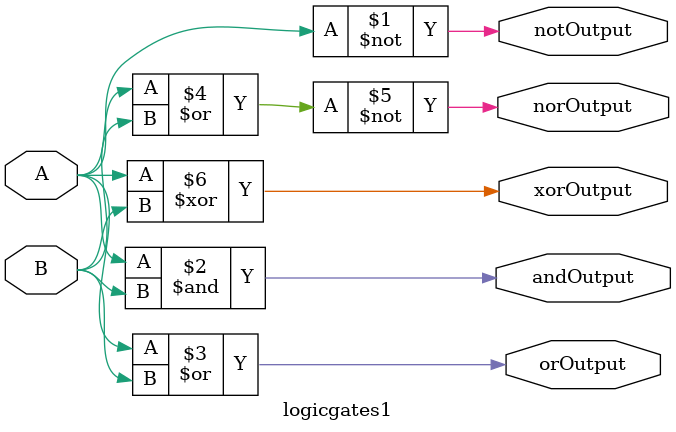
<source format=v>
module logicgates1(notOutput, andOutput, orOutput, norOutput, xorOutput, A, B); 

input A, B;
output notOutput, andOutput, orOutput, norOutput, xorOutput;

// Code for a. NOT
assign notOutput = ~A;

// Code for b. 2-input AND
assign andOutput = A & B;

// Code for c. 2-input OR
assign orOutput = A | B;

// Code for d. 2-input NOR
assign norOutput = ~(A | B);

// Code for e. 2-input XOR
xor(xorOutput, A, B);

endmodule 
</source>
